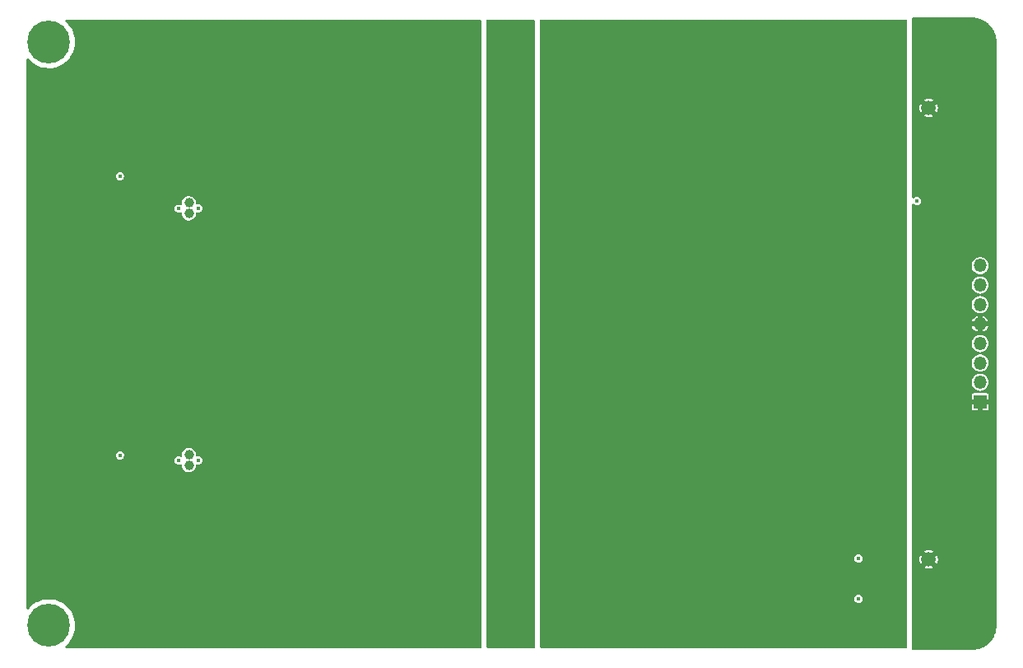
<source format=gbr>
%TF.GenerationSoftware,KiCad,Pcbnew,(5.99.0-11174-ge2a2c3282a)*%
%TF.CreationDate,2021-07-05T22:54:39+02:00*%
%TF.ProjectId,flatlight_rev20_LEDSIDE,666c6174-6c69-4676-9874-5f7265763230,rev?*%
%TF.SameCoordinates,Original*%
%TF.FileFunction,Copper,L3,Inr*%
%TF.FilePolarity,Positive*%
%FSLAX46Y46*%
G04 Gerber Fmt 4.6, Leading zero omitted, Abs format (unit mm)*
G04 Created by KiCad (PCBNEW (5.99.0-11174-ge2a2c3282a)) date 2021-07-05 22:54:39*
%MOMM*%
%LPD*%
G01*
G04 APERTURE LIST*
%TA.AperFunction,ComponentPad*%
%ADD10C,1.500000*%
%TD*%
%TA.AperFunction,ComponentPad*%
%ADD11C,0.700000*%
%TD*%
%TA.AperFunction,ComponentPad*%
%ADD12C,4.400000*%
%TD*%
%TA.AperFunction,ComponentPad*%
%ADD13R,1.350000X1.350000*%
%TD*%
%TA.AperFunction,ComponentPad*%
%ADD14O,1.350000X1.350000*%
%TD*%
%TA.AperFunction,ViaPad*%
%ADD15C,0.450000*%
%TD*%
%TA.AperFunction,ViaPad*%
%ADD16C,1.000000*%
%TD*%
%TA.AperFunction,ViaPad*%
%ADD17C,0.500000*%
%TD*%
G04 APERTURE END LIST*
D10*
%TO.N,+BATT*%
%TO.C,H14*%
X204750000Y-114550000D03*
%TD*%
D11*
%TO.N,GND*%
%TO.C,H10*%
X158416726Y-68716726D03*
X157250000Y-65900000D03*
X158900000Y-67550000D03*
X156083274Y-66383274D03*
X156083274Y-68716726D03*
X155600000Y-67550000D03*
X158416726Y-66383274D03*
X157250000Y-69200000D03*
D12*
X157250000Y-67550000D03*
%TD*%
D11*
%TO.N,GND*%
%TO.C,H9*%
X158416726Y-126383274D03*
D12*
X157250000Y-127550000D03*
D11*
X158900000Y-127550000D03*
X157250000Y-125900000D03*
X157250000Y-129200000D03*
X158416726Y-128716726D03*
X156083274Y-128716726D03*
X155600000Y-127550000D03*
X156083274Y-126383274D03*
%TD*%
D10*
%TO.N,GND*%
%TO.C,H19*%
X247750000Y-120750000D03*
%TD*%
%TO.N,GND*%
%TO.C,H20*%
X247750000Y-74350000D03*
%TD*%
%TO.N,+BATT*%
%TO.C,H16*%
X204750000Y-80550000D03*
%TD*%
%TO.N,+BATT*%
%TO.C,H15*%
X204750000Y-74550000D03*
%TD*%
%TO.N,+BATT*%
%TO.C,H13*%
X204750000Y-120550000D03*
%TD*%
D11*
%TO.N,+BATT*%
%TO.C,H7*%
X203583274Y-68716726D03*
X205916726Y-68716726D03*
X203100000Y-67550000D03*
X204750000Y-69200000D03*
D12*
X204750000Y-67550000D03*
D11*
X206400000Y-67550000D03*
X204750000Y-65900000D03*
X203583274Y-66383274D03*
X205916726Y-66383274D03*
%TD*%
%TO.N,+BATT*%
%TO.C,H11*%
X203583274Y-128716726D03*
X205916726Y-128716726D03*
X203583274Y-126383274D03*
X205916726Y-126383274D03*
X206400000Y-127550000D03*
X203100000Y-127550000D03*
X204750000Y-125900000D03*
X204750000Y-129200000D03*
D12*
X204750000Y-127550000D03*
%TD*%
D11*
%TO.N,GND*%
%TO.C,H12*%
X251083274Y-66383274D03*
X252250000Y-65900000D03*
D12*
X252250000Y-67550000D03*
D11*
X252250000Y-69200000D03*
X250600000Y-67550000D03*
X251083274Y-68716726D03*
X253900000Y-67550000D03*
X253416726Y-68716726D03*
X253416726Y-66383274D03*
%TD*%
%TO.N,GND*%
%TO.C,H8*%
X253900000Y-127550000D03*
X253416726Y-126383274D03*
X251083274Y-128716726D03*
X252250000Y-129200000D03*
X252250000Y-125900000D03*
X253416726Y-128716726D03*
X250600000Y-127550000D03*
D12*
X252250000Y-127550000D03*
D11*
X251083274Y-126383274D03*
%TD*%
D13*
%TO.N,GND*%
%TO.C,J5*%
X253050000Y-104550000D03*
D14*
%TO.N,LS_LED_PWM*%
X253050000Y-102550000D03*
%TO.N,+3V3*%
X253050000Y-100550000D03*
%TO.N,LS_LED_NTC*%
X253050000Y-98550000D03*
%TO.N,GND*%
X253050000Y-96550000D03*
%TO.N,LS_WS_SDAT*%
X253050000Y-94550000D03*
%TO.N,LS_WS_LDAT*%
X253050000Y-92550000D03*
%TO.N,LS_WS_POWER*%
X253050000Y-90550000D03*
%TD*%
D15*
%TO.N,GND*%
X254000000Y-122550000D03*
X248750000Y-65800000D03*
X247850000Y-101650000D03*
D16*
X247750000Y-71050000D03*
D15*
X249250000Y-89350000D03*
D16*
X247750000Y-69050000D03*
D17*
X246750000Y-129300000D03*
D16*
X247750000Y-126050000D03*
D15*
X248650000Y-89350000D03*
X246650000Y-101650000D03*
X254000000Y-114550000D03*
X254000000Y-84550000D03*
X254000000Y-110550000D03*
X254000000Y-76550000D03*
X254000000Y-118550000D03*
X254000000Y-106550000D03*
X247250000Y-101650000D03*
X246750000Y-65800000D03*
D16*
X247750000Y-124050000D03*
D15*
X254000000Y-80550000D03*
D17*
X248750000Y-129300000D03*
D15*
X248050000Y-89350000D03*
X254000000Y-72550000D03*
X254000000Y-88550000D03*
D16*
%TO.N,+BATT*%
X204750000Y-117550000D03*
D15*
X204750000Y-116350000D03*
X204750000Y-118750000D03*
X204750000Y-78750000D03*
D16*
X204750000Y-77550000D03*
D15*
X203850000Y-77550000D03*
X205650000Y-77550000D03*
X204750000Y-76350000D03*
X205750000Y-117550000D03*
X203650000Y-117550000D03*
%TO.N,LS_WS_LDAT*%
X246550000Y-83900000D03*
%TO.N,+3V3*%
X240550000Y-120650000D03*
D16*
%TO.N,Net-(D10-Pad1)*%
X227000000Y-66300000D03*
X197500000Y-66300000D03*
X235250000Y-129300000D03*
X191550000Y-128800000D03*
X193050000Y-129300000D03*
X244200000Y-129300000D03*
X156000000Y-120300000D03*
X155500000Y-88800000D03*
X155500000Y-85800000D03*
X164500000Y-66300000D03*
X224750000Y-128800000D03*
X182550000Y-128800000D03*
X214250000Y-129300000D03*
X188500000Y-66300000D03*
X155500000Y-103800000D03*
X179550000Y-128800000D03*
X224000000Y-66300000D03*
X156000000Y-108300000D03*
X187050000Y-129300000D03*
X190050000Y-129300000D03*
X220250000Y-129300000D03*
X232250000Y-129300000D03*
X222500000Y-65800000D03*
X190000000Y-65800000D03*
X239000000Y-66300000D03*
X229250000Y-129300000D03*
X178000000Y-65800000D03*
X164550000Y-128800000D03*
X155500000Y-121800000D03*
X163050000Y-129300000D03*
X181050000Y-129300000D03*
X156000000Y-87300000D03*
X228500000Y-65800000D03*
X155500000Y-109800000D03*
X211250000Y-129300000D03*
X233750000Y-128800000D03*
X226250000Y-129300000D03*
X191500000Y-66300000D03*
X156000000Y-102300000D03*
X209000000Y-66300000D03*
X155500000Y-82800000D03*
X236750000Y-128800000D03*
X155500000Y-106800000D03*
X156000000Y-75300000D03*
X196050000Y-129300000D03*
X216500000Y-65800000D03*
X155500000Y-97800000D03*
X187000000Y-65800000D03*
X155500000Y-112800000D03*
X243500000Y-65800000D03*
X155500000Y-100800000D03*
X242750000Y-128800000D03*
X169000000Y-65800000D03*
X156000000Y-81300000D03*
X200550000Y-128800000D03*
X194550000Y-128800000D03*
X242000000Y-66300000D03*
X184050000Y-129300000D03*
X197550000Y-128800000D03*
X212000000Y-66300000D03*
X199000000Y-65800000D03*
X237500000Y-65800000D03*
X156000000Y-105300000D03*
X155500000Y-79800000D03*
X167550000Y-128800000D03*
X170550000Y-128800000D03*
X175050000Y-129300000D03*
X225500000Y-65800000D03*
X167500000Y-66300000D03*
X179500000Y-66300000D03*
X156000000Y-111300000D03*
X194500000Y-66300000D03*
X155500000Y-115800000D03*
X161500000Y-66300000D03*
X178050000Y-129300000D03*
X233000000Y-66300000D03*
X219500000Y-65800000D03*
X156000000Y-117300000D03*
X231500000Y-65800000D03*
X175000000Y-65800000D03*
X213500000Y-65800000D03*
X239750000Y-128800000D03*
X156000000Y-96300000D03*
X185500000Y-66300000D03*
X200500000Y-66300000D03*
X155500000Y-73800000D03*
X212750000Y-128800000D03*
X227750000Y-128800000D03*
X155500000Y-76800000D03*
X156000000Y-99300000D03*
X218000000Y-66300000D03*
X156000000Y-72300000D03*
X156000000Y-78300000D03*
X170500000Y-66300000D03*
X221750000Y-128800000D03*
X173500000Y-66300000D03*
X160050000Y-129300000D03*
X173550000Y-128800000D03*
X166050000Y-129300000D03*
X215000000Y-66300000D03*
X163000000Y-65800000D03*
X209750000Y-128800000D03*
X240500000Y-65800000D03*
X156000000Y-123300000D03*
X155500000Y-94800000D03*
X156000000Y-93300000D03*
X166000000Y-65800000D03*
X176550000Y-128800000D03*
X155500000Y-91800000D03*
X230750000Y-128800000D03*
X176500000Y-66300000D03*
X210500000Y-65800000D03*
X223250000Y-129300000D03*
X221000000Y-66300000D03*
X185550000Y-128800000D03*
X181000000Y-65800000D03*
X155500000Y-118800000D03*
X156000000Y-114300000D03*
X169050000Y-129300000D03*
X236000000Y-66300000D03*
X172000000Y-65800000D03*
X182500000Y-66300000D03*
X196000000Y-65800000D03*
X156000000Y-84300000D03*
X241250000Y-129300000D03*
X234500000Y-65800000D03*
X193000000Y-65800000D03*
X238250000Y-129300000D03*
X218750000Y-128800000D03*
X217250000Y-129300000D03*
X172050000Y-129300000D03*
X161550000Y-128800000D03*
X230000000Y-66300000D03*
X184000000Y-65800000D03*
X208250000Y-129300000D03*
X215750000Y-128800000D03*
X199050000Y-129300000D03*
X156000000Y-90300000D03*
X188550000Y-128800000D03*
D15*
%TO.N,LS_LED_NTC*%
X240550000Y-124800000D03*
%TO.N,WS_GNDBUS*%
X172600000Y-110550000D03*
D16*
X171650000Y-111100000D03*
X171650000Y-84100000D03*
D15*
X170600000Y-84700000D03*
X170600000Y-110600000D03*
D16*
X171650000Y-110000000D03*
X171650000Y-85200000D03*
D15*
X172600000Y-84650000D03*
%TO.N,Net-(D25-Pad1)*%
X164550000Y-81350000D03*
X164550000Y-110050000D03*
%TD*%
%TA.AperFunction,Conductor*%
%TO.N,GND*%
G36*
X252250000Y-65052705D02*
G01*
X252250000Y-65055000D01*
X252350926Y-65056759D01*
X252356916Y-65057008D01*
X252452475Y-65063271D01*
X252460680Y-65064079D01*
X252689908Y-65094258D01*
X252698041Y-65095601D01*
X252775315Y-65110971D01*
X252783330Y-65112839D01*
X252952586Y-65158191D01*
X253006696Y-65172690D01*
X253014579Y-65175081D01*
X253089205Y-65200414D01*
X253096878Y-65203302D01*
X253310520Y-65291795D01*
X253318006Y-65295187D01*
X253388534Y-65329967D01*
X253388694Y-65330046D01*
X253395965Y-65333933D01*
X253596190Y-65449534D01*
X253603191Y-65453887D01*
X253645464Y-65482132D01*
X253668714Y-65497667D01*
X253675408Y-65502465D01*
X253858840Y-65643218D01*
X253865213Y-65648448D01*
X253924467Y-65700412D01*
X253930485Y-65706049D01*
X254093951Y-65869515D01*
X254099588Y-65875533D01*
X254151552Y-65934787D01*
X254156782Y-65941160D01*
X254297535Y-66124592D01*
X254302339Y-66131295D01*
X254346113Y-66196809D01*
X254350466Y-66203810D01*
X254466067Y-66404035D01*
X254469954Y-66411306D01*
X254504808Y-66481982D01*
X254508205Y-66489480D01*
X254596698Y-66703122D01*
X254599586Y-66710795D01*
X254624917Y-66785416D01*
X254627310Y-66793304D01*
X254687161Y-67016670D01*
X254689029Y-67024685D01*
X254704399Y-67101959D01*
X254705742Y-67110092D01*
X254735921Y-67339320D01*
X254736729Y-67347524D01*
X254742992Y-67443084D01*
X254743241Y-67449074D01*
X254745000Y-67550000D01*
X254747232Y-67550000D01*
X254750000Y-67568126D01*
X254750000Y-127525831D01*
X254747295Y-127550000D01*
X254745000Y-127550000D01*
X254743241Y-127650926D01*
X254742992Y-127656916D01*
X254736729Y-127752475D01*
X254735921Y-127760680D01*
X254705742Y-127989908D01*
X254704399Y-127998041D01*
X254689029Y-128075315D01*
X254687161Y-128083330D01*
X254641809Y-128252586D01*
X254627310Y-128306696D01*
X254624919Y-128314579D01*
X254599586Y-128389205D01*
X254596698Y-128396878D01*
X254508205Y-128610520D01*
X254504808Y-128618018D01*
X254469954Y-128688694D01*
X254466067Y-128695965D01*
X254350466Y-128896190D01*
X254346113Y-128903191D01*
X254302339Y-128968705D01*
X254297535Y-128975408D01*
X254156782Y-129158840D01*
X254151552Y-129165213D01*
X254099588Y-129224467D01*
X254093951Y-129230485D01*
X253930485Y-129393951D01*
X253924467Y-129399588D01*
X253865213Y-129451552D01*
X253858840Y-129456782D01*
X253675408Y-129597535D01*
X253668714Y-129602333D01*
X253645464Y-129617868D01*
X253603191Y-129646113D01*
X253596190Y-129650466D01*
X253395965Y-129766067D01*
X253388694Y-129769954D01*
X253318006Y-129804813D01*
X253310520Y-129808205D01*
X253096878Y-129896698D01*
X253089205Y-129899586D01*
X253014579Y-129924919D01*
X253006696Y-129927310D01*
X252952586Y-129941809D01*
X252783330Y-129987161D01*
X252775315Y-129989029D01*
X252698041Y-130004399D01*
X252689908Y-130005742D01*
X252460680Y-130035921D01*
X252452476Y-130036729D01*
X252356916Y-130042992D01*
X252350926Y-130043241D01*
X252296189Y-130044195D01*
X252266504Y-130044712D01*
X252266501Y-130044712D01*
X252250000Y-130045000D01*
X252250000Y-130047232D01*
X252231874Y-130050000D01*
X246176000Y-130050000D01*
X246107879Y-130029998D01*
X246061386Y-129976342D01*
X246050000Y-129924000D01*
X246050000Y-121576508D01*
X247288322Y-121576508D01*
X247293231Y-121583066D01*
X247362450Y-121621751D01*
X247373689Y-121626661D01*
X247539155Y-121680424D01*
X247551129Y-121683057D01*
X247723896Y-121703659D01*
X247736145Y-121703916D01*
X247909624Y-121690567D01*
X247921694Y-121688439D01*
X248089278Y-121641649D01*
X248100700Y-121637219D01*
X248202334Y-121585879D01*
X248212618Y-121576234D01*
X248210380Y-121569590D01*
X247762812Y-121122022D01*
X247748868Y-121114408D01*
X247747035Y-121114539D01*
X247740420Y-121118790D01*
X247295082Y-121564128D01*
X247288322Y-121576508D01*
X246050000Y-121576508D01*
X246050000Y-120742815D01*
X246796012Y-120742815D01*
X246810570Y-120916181D01*
X246812785Y-120928248D01*
X246860738Y-121095484D01*
X246865257Y-121106896D01*
X246914223Y-121202173D01*
X246923942Y-121212392D01*
X246930742Y-121210048D01*
X247377978Y-120762812D01*
X247384356Y-120751132D01*
X248114408Y-120751132D01*
X248114539Y-120752965D01*
X248118790Y-120759580D01*
X248564121Y-121204911D01*
X248576501Y-121211671D01*
X248583234Y-121206630D01*
X248619025Y-121143627D01*
X248624014Y-121132421D01*
X248678928Y-120967342D01*
X248681648Y-120955371D01*
X248703783Y-120780157D01*
X248704274Y-120773130D01*
X248704548Y-120753505D01*
X248704255Y-120746512D01*
X248687018Y-120570717D01*
X248684635Y-120558682D01*
X248634350Y-120392131D01*
X248629677Y-120380792D01*
X248585675Y-120298035D01*
X248575815Y-120287954D01*
X248568688Y-120290522D01*
X248122022Y-120737188D01*
X248114408Y-120751132D01*
X247384356Y-120751132D01*
X247385592Y-120748868D01*
X247385461Y-120747035D01*
X247381210Y-120740420D01*
X246935830Y-120295040D01*
X246923450Y-120288280D01*
X246917062Y-120293062D01*
X246875563Y-120368547D01*
X246870734Y-120379813D01*
X246818125Y-120545658D01*
X246815577Y-120557647D01*
X246796183Y-120730547D01*
X246796012Y-120742815D01*
X246050000Y-120742815D01*
X246050000Y-119924081D01*
X247287800Y-119924081D01*
X247290254Y-119931044D01*
X247737188Y-120377978D01*
X247751132Y-120385592D01*
X247752965Y-120385461D01*
X247759580Y-120381210D01*
X248205037Y-119935753D01*
X248211797Y-119923373D01*
X248207138Y-119917150D01*
X248125341Y-119872923D01*
X248114034Y-119868170D01*
X247947833Y-119816722D01*
X247935822Y-119814256D01*
X247762792Y-119796070D01*
X247750524Y-119795985D01*
X247577265Y-119811753D01*
X247565216Y-119814051D01*
X247398315Y-119863173D01*
X247386940Y-119867768D01*
X247297949Y-119914292D01*
X247287800Y-119924081D01*
X246050000Y-119924081D01*
X246050000Y-104817548D01*
X252170000Y-104817548D01*
X252170000Y-105218813D01*
X252171207Y-105231067D01*
X252183184Y-105291279D01*
X252192499Y-105313768D01*
X252223150Y-105359641D01*
X252240359Y-105376850D01*
X252286232Y-105407501D01*
X252308721Y-105416816D01*
X252368933Y-105428793D01*
X252381187Y-105430000D01*
X252777885Y-105430000D01*
X252793124Y-105425525D01*
X252794329Y-105424135D01*
X252796000Y-105416452D01*
X252796000Y-104822115D01*
X252794659Y-104817548D01*
X253304000Y-104817548D01*
X253304000Y-105411885D01*
X253308475Y-105427124D01*
X253309865Y-105428329D01*
X253317548Y-105430000D01*
X253718813Y-105430000D01*
X253731067Y-105428793D01*
X253791279Y-105416816D01*
X253813768Y-105407501D01*
X253859641Y-105376850D01*
X253876850Y-105359641D01*
X253907501Y-105313768D01*
X253916816Y-105291279D01*
X253928793Y-105231067D01*
X253930000Y-105218813D01*
X253930000Y-104822115D01*
X253925525Y-104806876D01*
X253924135Y-104805671D01*
X253916452Y-104804000D01*
X253322115Y-104804000D01*
X253306876Y-104808475D01*
X253305671Y-104809865D01*
X253304000Y-104817548D01*
X252794659Y-104817548D01*
X252791525Y-104806876D01*
X252790135Y-104805671D01*
X252782452Y-104804000D01*
X252188115Y-104804000D01*
X252172876Y-104808475D01*
X252171671Y-104809865D01*
X252170000Y-104817548D01*
X246050000Y-104817548D01*
X246050000Y-102550000D01*
X252169678Y-102550000D01*
X252188915Y-102733029D01*
X252245786Y-102908059D01*
X252337805Y-103067440D01*
X252460950Y-103204207D01*
X252466292Y-103208088D01*
X252466294Y-103208090D01*
X252604497Y-103308500D01*
X252609839Y-103312381D01*
X252615867Y-103315065D01*
X252615869Y-103315066D01*
X252771935Y-103384551D01*
X252777966Y-103387236D01*
X252784427Y-103388609D01*
X252784432Y-103388611D01*
X252935648Y-103420754D01*
X252998122Y-103454482D01*
X253032443Y-103516632D01*
X253027715Y-103587471D01*
X252985439Y-103644508D01*
X252919037Y-103669635D01*
X252909451Y-103670000D01*
X252381187Y-103670000D01*
X252368933Y-103671207D01*
X252308721Y-103683184D01*
X252286232Y-103692499D01*
X252240359Y-103723150D01*
X252223150Y-103740359D01*
X252192499Y-103786232D01*
X252183184Y-103808721D01*
X252171207Y-103868933D01*
X252170000Y-103881187D01*
X252170000Y-104277885D01*
X252174475Y-104293124D01*
X252175865Y-104294329D01*
X252183548Y-104296000D01*
X253911885Y-104296000D01*
X253927124Y-104291525D01*
X253928329Y-104290135D01*
X253930000Y-104282452D01*
X253930000Y-103881187D01*
X253928793Y-103868933D01*
X253916816Y-103808721D01*
X253907501Y-103786232D01*
X253876850Y-103740359D01*
X253859641Y-103723150D01*
X253813768Y-103692499D01*
X253791279Y-103683184D01*
X253731067Y-103671207D01*
X253718813Y-103670000D01*
X253190549Y-103670000D01*
X253122428Y-103649998D01*
X253075935Y-103596342D01*
X253065831Y-103526068D01*
X253095325Y-103461488D01*
X253155051Y-103423104D01*
X253164352Y-103420754D01*
X253315568Y-103388611D01*
X253315573Y-103388609D01*
X253322034Y-103387236D01*
X253328065Y-103384551D01*
X253484131Y-103315066D01*
X253484133Y-103315065D01*
X253490161Y-103312381D01*
X253495503Y-103308500D01*
X253633706Y-103208090D01*
X253633708Y-103208088D01*
X253639050Y-103204207D01*
X253762195Y-103067440D01*
X253854214Y-102908059D01*
X253911085Y-102733029D01*
X253930322Y-102550000D01*
X253911085Y-102366971D01*
X253854214Y-102191941D01*
X253762195Y-102032560D01*
X253639050Y-101895793D01*
X253633708Y-101891912D01*
X253633706Y-101891910D01*
X253495503Y-101791500D01*
X253495502Y-101791499D01*
X253490161Y-101787619D01*
X253484133Y-101784935D01*
X253484131Y-101784934D01*
X253328065Y-101715449D01*
X253328064Y-101715449D01*
X253322034Y-101712764D01*
X253232026Y-101693632D01*
X253148476Y-101675872D01*
X253148471Y-101675872D01*
X253142019Y-101674500D01*
X253141155Y-101674500D01*
X253077467Y-101648298D01*
X253049622Y-101608398D01*
X253029786Y-101642013D01*
X252966375Y-101673944D01*
X252962509Y-101674500D01*
X252957981Y-101674500D01*
X252951529Y-101675872D01*
X252951524Y-101675872D01*
X252867974Y-101693632D01*
X252777966Y-101712764D01*
X252771936Y-101715449D01*
X252771935Y-101715449D01*
X252615869Y-101784934D01*
X252615867Y-101784935D01*
X252609839Y-101787619D01*
X252604498Y-101791499D01*
X252604497Y-101791500D01*
X252466294Y-101891910D01*
X252466292Y-101891912D01*
X252460950Y-101895793D01*
X252337805Y-102032560D01*
X252245786Y-102191941D01*
X252188915Y-102366971D01*
X252169678Y-102550000D01*
X246050000Y-102550000D01*
X246050000Y-100550000D01*
X252169678Y-100550000D01*
X252188915Y-100733029D01*
X252245786Y-100908059D01*
X252337805Y-101067440D01*
X252460950Y-101204207D01*
X252466292Y-101208088D01*
X252466294Y-101208090D01*
X252604497Y-101308500D01*
X252609839Y-101312381D01*
X252615867Y-101315065D01*
X252615869Y-101315066D01*
X252771935Y-101384551D01*
X252777966Y-101387236D01*
X252867974Y-101406368D01*
X252951524Y-101424128D01*
X252951529Y-101424128D01*
X252957981Y-101425500D01*
X252958845Y-101425500D01*
X253022533Y-101451702D01*
X253050378Y-101491602D01*
X253070214Y-101457987D01*
X253133625Y-101426056D01*
X253137491Y-101425500D01*
X253142019Y-101425500D01*
X253148471Y-101424128D01*
X253148476Y-101424128D01*
X253232026Y-101406368D01*
X253322034Y-101387236D01*
X253328065Y-101384551D01*
X253484131Y-101315066D01*
X253484133Y-101315065D01*
X253490161Y-101312381D01*
X253495503Y-101308500D01*
X253633706Y-101208090D01*
X253633708Y-101208088D01*
X253639050Y-101204207D01*
X253762195Y-101067440D01*
X253854214Y-100908059D01*
X253911085Y-100733029D01*
X253930322Y-100550000D01*
X253911085Y-100366971D01*
X253854214Y-100191941D01*
X253762195Y-100032560D01*
X253639050Y-99895793D01*
X253633708Y-99891912D01*
X253633706Y-99891910D01*
X253495503Y-99791500D01*
X253495502Y-99791499D01*
X253490161Y-99787619D01*
X253484133Y-99784935D01*
X253484131Y-99784934D01*
X253328065Y-99715449D01*
X253328064Y-99715449D01*
X253322034Y-99712764D01*
X253232026Y-99693632D01*
X253148476Y-99675872D01*
X253148471Y-99675872D01*
X253142019Y-99674500D01*
X253141155Y-99674500D01*
X253077467Y-99648298D01*
X253049622Y-99608398D01*
X253029786Y-99642013D01*
X252966375Y-99673944D01*
X252962509Y-99674500D01*
X252957981Y-99674500D01*
X252951529Y-99675872D01*
X252951524Y-99675872D01*
X252867974Y-99693632D01*
X252777966Y-99712764D01*
X252771936Y-99715449D01*
X252771935Y-99715449D01*
X252615869Y-99784934D01*
X252615867Y-99784935D01*
X252609839Y-99787619D01*
X252604498Y-99791499D01*
X252604497Y-99791500D01*
X252466294Y-99891910D01*
X252466292Y-99891912D01*
X252460950Y-99895793D01*
X252337805Y-100032560D01*
X252245786Y-100191941D01*
X252188915Y-100366971D01*
X252169678Y-100550000D01*
X246050000Y-100550000D01*
X246050000Y-98550000D01*
X252169678Y-98550000D01*
X252188915Y-98733029D01*
X252245786Y-98908059D01*
X252337805Y-99067440D01*
X252460950Y-99204207D01*
X252466292Y-99208088D01*
X252466294Y-99208090D01*
X252604497Y-99308500D01*
X252609839Y-99312381D01*
X252615867Y-99315065D01*
X252615869Y-99315066D01*
X252771935Y-99384551D01*
X252777966Y-99387236D01*
X252867974Y-99406368D01*
X252951524Y-99424128D01*
X252951529Y-99424128D01*
X252957981Y-99425500D01*
X252958845Y-99425500D01*
X253022533Y-99451702D01*
X253050378Y-99491602D01*
X253070214Y-99457987D01*
X253133625Y-99426056D01*
X253137491Y-99425500D01*
X253142019Y-99425500D01*
X253148471Y-99424128D01*
X253148476Y-99424128D01*
X253232026Y-99406368D01*
X253322034Y-99387236D01*
X253328065Y-99384551D01*
X253484131Y-99315066D01*
X253484133Y-99315065D01*
X253490161Y-99312381D01*
X253495503Y-99308500D01*
X253633706Y-99208090D01*
X253633708Y-99208088D01*
X253639050Y-99204207D01*
X253762195Y-99067440D01*
X253854214Y-98908059D01*
X253911085Y-98733029D01*
X253930322Y-98550000D01*
X253911085Y-98366971D01*
X253854214Y-98191941D01*
X253762195Y-98032560D01*
X253639050Y-97895793D01*
X253633708Y-97891912D01*
X253633706Y-97891910D01*
X253495503Y-97791500D01*
X253495502Y-97791499D01*
X253490161Y-97787619D01*
X253484133Y-97784935D01*
X253484131Y-97784934D01*
X253328065Y-97715449D01*
X253328064Y-97715449D01*
X253322034Y-97712764D01*
X253232026Y-97693632D01*
X253148476Y-97675872D01*
X253148471Y-97675872D01*
X253142019Y-97674500D01*
X252957981Y-97674500D01*
X252951529Y-97675872D01*
X252951524Y-97675872D01*
X252867974Y-97693632D01*
X252777966Y-97712764D01*
X252771936Y-97715449D01*
X252771935Y-97715449D01*
X252615869Y-97784934D01*
X252615867Y-97784935D01*
X252609839Y-97787619D01*
X252604498Y-97791499D01*
X252604497Y-97791500D01*
X252466294Y-97891910D01*
X252466292Y-97891912D01*
X252460950Y-97895793D01*
X252337805Y-98032560D01*
X252245786Y-98191941D01*
X252188915Y-98366971D01*
X252169678Y-98550000D01*
X246050000Y-98550000D01*
X246050000Y-96815000D01*
X252216074Y-96815000D01*
X252244202Y-96901571D01*
X252249548Y-96913578D01*
X252334909Y-97061427D01*
X252342630Y-97072053D01*
X252456864Y-97198923D01*
X252466630Y-97207717D01*
X252604748Y-97308065D01*
X252616120Y-97314631D01*
X252772089Y-97384073D01*
X252780043Y-97386658D01*
X252792341Y-97385719D01*
X252796000Y-97375764D01*
X252796000Y-96822115D01*
X252794659Y-96817548D01*
X253304000Y-96817548D01*
X253304000Y-97372444D01*
X253307973Y-97385975D01*
X253317738Y-97387379D01*
X253327911Y-97384073D01*
X253483880Y-97314631D01*
X253495252Y-97308065D01*
X253633370Y-97207717D01*
X253643136Y-97198923D01*
X253757370Y-97072053D01*
X253765091Y-97061427D01*
X253850452Y-96913578D01*
X253855798Y-96901571D01*
X253881901Y-96821232D01*
X253882304Y-96807133D01*
X253875932Y-96804000D01*
X253322115Y-96804000D01*
X253306876Y-96808475D01*
X253305671Y-96809865D01*
X253304000Y-96817548D01*
X252794659Y-96817548D01*
X252791525Y-96806876D01*
X252790135Y-96805671D01*
X252782452Y-96804000D01*
X252230615Y-96804000D01*
X252217084Y-96807973D01*
X252216074Y-96815000D01*
X246050000Y-96815000D01*
X246050000Y-96292867D01*
X252217696Y-96292867D01*
X252224068Y-96296000D01*
X252777885Y-96296000D01*
X252793124Y-96291525D01*
X252794329Y-96290135D01*
X252796000Y-96282452D01*
X252796000Y-95727556D01*
X252795025Y-95724236D01*
X253304000Y-95724236D01*
X253304000Y-96277885D01*
X253308475Y-96293124D01*
X253309865Y-96294329D01*
X253317548Y-96296000D01*
X253869385Y-96296000D01*
X253882916Y-96292027D01*
X253883926Y-96285000D01*
X253855798Y-96198429D01*
X253850452Y-96186422D01*
X253765091Y-96038573D01*
X253757370Y-96027947D01*
X253643136Y-95901077D01*
X253633370Y-95892283D01*
X253495252Y-95791935D01*
X253483880Y-95785369D01*
X253327911Y-95715927D01*
X253319957Y-95713342D01*
X253307659Y-95714281D01*
X253304000Y-95724236D01*
X252795025Y-95724236D01*
X252792027Y-95714025D01*
X252782262Y-95712621D01*
X252772089Y-95715927D01*
X252616120Y-95785369D01*
X252604748Y-95791935D01*
X252466630Y-95892283D01*
X252456864Y-95901077D01*
X252342630Y-96027947D01*
X252334909Y-96038573D01*
X252249548Y-96186422D01*
X252244202Y-96198429D01*
X252218099Y-96278768D01*
X252217696Y-96292867D01*
X246050000Y-96292867D01*
X246050000Y-94550000D01*
X252169678Y-94550000D01*
X252188915Y-94733029D01*
X252245786Y-94908059D01*
X252337805Y-95067440D01*
X252460950Y-95204207D01*
X252466292Y-95208088D01*
X252466294Y-95208090D01*
X252604497Y-95308500D01*
X252609839Y-95312381D01*
X252615867Y-95315065D01*
X252615869Y-95315066D01*
X252771935Y-95384551D01*
X252777966Y-95387236D01*
X252867973Y-95406368D01*
X252951524Y-95424128D01*
X252951529Y-95424128D01*
X252957981Y-95425500D01*
X253142019Y-95425500D01*
X253148471Y-95424128D01*
X253148476Y-95424128D01*
X253232027Y-95406368D01*
X253322034Y-95387236D01*
X253328065Y-95384551D01*
X253484131Y-95315066D01*
X253484133Y-95315065D01*
X253490161Y-95312381D01*
X253495503Y-95308500D01*
X253633706Y-95208090D01*
X253633708Y-95208088D01*
X253639050Y-95204207D01*
X253762195Y-95067440D01*
X253854214Y-94908059D01*
X253911085Y-94733029D01*
X253930322Y-94550000D01*
X253911085Y-94366971D01*
X253854214Y-94191941D01*
X253762195Y-94032560D01*
X253639050Y-93895793D01*
X253633708Y-93891912D01*
X253633706Y-93891910D01*
X253495503Y-93791500D01*
X253495502Y-93791499D01*
X253490161Y-93787619D01*
X253484133Y-93784935D01*
X253484131Y-93784934D01*
X253328065Y-93715449D01*
X253328064Y-93715449D01*
X253322034Y-93712764D01*
X253232026Y-93693632D01*
X253148476Y-93675872D01*
X253148471Y-93675872D01*
X253142019Y-93674500D01*
X253141155Y-93674500D01*
X253077467Y-93648298D01*
X253049622Y-93608398D01*
X253029786Y-93642013D01*
X252966375Y-93673944D01*
X252962509Y-93674500D01*
X252957981Y-93674500D01*
X252951529Y-93675872D01*
X252951524Y-93675872D01*
X252867974Y-93693632D01*
X252777966Y-93712764D01*
X252771936Y-93715449D01*
X252771935Y-93715449D01*
X252615869Y-93784934D01*
X252615867Y-93784935D01*
X252609839Y-93787619D01*
X252604498Y-93791499D01*
X252604497Y-93791500D01*
X252466294Y-93891910D01*
X252466292Y-93891912D01*
X252460950Y-93895793D01*
X252337805Y-94032560D01*
X252245786Y-94191941D01*
X252188915Y-94366971D01*
X252169678Y-94550000D01*
X246050000Y-94550000D01*
X246050000Y-92550000D01*
X252169678Y-92550000D01*
X252188915Y-92733029D01*
X252245786Y-92908059D01*
X252337805Y-93067440D01*
X252460950Y-93204207D01*
X252466292Y-93208088D01*
X252466294Y-93208090D01*
X252604497Y-93308500D01*
X252609839Y-93312381D01*
X252615867Y-93315065D01*
X252615869Y-93315066D01*
X252771935Y-93384551D01*
X252777966Y-93387236D01*
X252867973Y-93406368D01*
X252951524Y-93424128D01*
X252951529Y-93424128D01*
X252957981Y-93425500D01*
X252958845Y-93425500D01*
X253022533Y-93451702D01*
X253050378Y-93491602D01*
X253070214Y-93457987D01*
X253133625Y-93426056D01*
X253137491Y-93425500D01*
X253142019Y-93425500D01*
X253148471Y-93424128D01*
X253148476Y-93424128D01*
X253232027Y-93406368D01*
X253322034Y-93387236D01*
X253328065Y-93384551D01*
X253484131Y-93315066D01*
X253484133Y-93315065D01*
X253490161Y-93312381D01*
X253495503Y-93308500D01*
X253633706Y-93208090D01*
X253633708Y-93208088D01*
X253639050Y-93204207D01*
X253762195Y-93067440D01*
X253854214Y-92908059D01*
X253911085Y-92733029D01*
X253930322Y-92550000D01*
X253911085Y-92366971D01*
X253854214Y-92191941D01*
X253762195Y-92032560D01*
X253639050Y-91895793D01*
X253633708Y-91891912D01*
X253633706Y-91891910D01*
X253495503Y-91791500D01*
X253495502Y-91791499D01*
X253490161Y-91787619D01*
X253484133Y-91784935D01*
X253484131Y-91784934D01*
X253328065Y-91715449D01*
X253328064Y-91715449D01*
X253322034Y-91712764D01*
X253232026Y-91693632D01*
X253148476Y-91675872D01*
X253148471Y-91675872D01*
X253142019Y-91674500D01*
X253141155Y-91674500D01*
X253077467Y-91648298D01*
X253049622Y-91608398D01*
X253029786Y-91642013D01*
X252966375Y-91673944D01*
X252962509Y-91674500D01*
X252957981Y-91674500D01*
X252951529Y-91675872D01*
X252951524Y-91675872D01*
X252867974Y-91693632D01*
X252777966Y-91712764D01*
X252771936Y-91715449D01*
X252771935Y-91715449D01*
X252615869Y-91784934D01*
X252615867Y-91784935D01*
X252609839Y-91787619D01*
X252604498Y-91791499D01*
X252604497Y-91791500D01*
X252466294Y-91891910D01*
X252466292Y-91891912D01*
X252460950Y-91895793D01*
X252337805Y-92032560D01*
X252245786Y-92191941D01*
X252188915Y-92366971D01*
X252169678Y-92550000D01*
X246050000Y-92550000D01*
X246050000Y-90550000D01*
X252169678Y-90550000D01*
X252188915Y-90733029D01*
X252245786Y-90908059D01*
X252337805Y-91067440D01*
X252460950Y-91204207D01*
X252466292Y-91208088D01*
X252466294Y-91208090D01*
X252604497Y-91308500D01*
X252609839Y-91312381D01*
X252615867Y-91315065D01*
X252615869Y-91315066D01*
X252771935Y-91384551D01*
X252777966Y-91387236D01*
X252867973Y-91406368D01*
X252951524Y-91424128D01*
X252951529Y-91424128D01*
X252957981Y-91425500D01*
X252958845Y-91425500D01*
X253022533Y-91451702D01*
X253050378Y-91491602D01*
X253070214Y-91457987D01*
X253133625Y-91426056D01*
X253137491Y-91425500D01*
X253142019Y-91425500D01*
X253148471Y-91424128D01*
X253148476Y-91424128D01*
X253232027Y-91406368D01*
X253322034Y-91387236D01*
X253328065Y-91384551D01*
X253484131Y-91315066D01*
X253484133Y-91315065D01*
X253490161Y-91312381D01*
X253495503Y-91308500D01*
X253633706Y-91208090D01*
X253633708Y-91208088D01*
X253639050Y-91204207D01*
X253762195Y-91067440D01*
X253854214Y-90908059D01*
X253911085Y-90733029D01*
X253930322Y-90550000D01*
X253911085Y-90366971D01*
X253854214Y-90191941D01*
X253762195Y-90032560D01*
X253639050Y-89895793D01*
X253633708Y-89891912D01*
X253633706Y-89891910D01*
X253495503Y-89791500D01*
X253495502Y-89791499D01*
X253490161Y-89787619D01*
X253484133Y-89784935D01*
X253484131Y-89784934D01*
X253328065Y-89715449D01*
X253328064Y-89715449D01*
X253322034Y-89712764D01*
X253232026Y-89693632D01*
X253148476Y-89675872D01*
X253148471Y-89675872D01*
X253142019Y-89674500D01*
X252957981Y-89674500D01*
X252951529Y-89675872D01*
X252951524Y-89675872D01*
X252867974Y-89693632D01*
X252777966Y-89712764D01*
X252771936Y-89715449D01*
X252771935Y-89715449D01*
X252615869Y-89784934D01*
X252615867Y-89784935D01*
X252609839Y-89787619D01*
X252604498Y-89791499D01*
X252604497Y-89791500D01*
X252466294Y-89891910D01*
X252466292Y-89891912D01*
X252460950Y-89895793D01*
X252337805Y-90032560D01*
X252245786Y-90191941D01*
X252188915Y-90366971D01*
X252169678Y-90550000D01*
X246050000Y-90550000D01*
X246050000Y-84305938D01*
X246070002Y-84237817D01*
X246123658Y-84191324D01*
X246193932Y-84181220D01*
X246258512Y-84210714D01*
X246265095Y-84216843D01*
X246296780Y-84248528D01*
X246416874Y-84309719D01*
X246426663Y-84311269D01*
X246426665Y-84311270D01*
X246540207Y-84329253D01*
X246550000Y-84330804D01*
X246559793Y-84329253D01*
X246673335Y-84311270D01*
X246673337Y-84311269D01*
X246683126Y-84309719D01*
X246803220Y-84248528D01*
X246898528Y-84153220D01*
X246959719Y-84033126D01*
X246980804Y-83900000D01*
X246959719Y-83766874D01*
X246898528Y-83646780D01*
X246803220Y-83551472D01*
X246683126Y-83490281D01*
X246673337Y-83488731D01*
X246673335Y-83488730D01*
X246559793Y-83470747D01*
X246550000Y-83469196D01*
X246540207Y-83470747D01*
X246426665Y-83488730D01*
X246426663Y-83488731D01*
X246416874Y-83490281D01*
X246296780Y-83551472D01*
X246265095Y-83583157D01*
X246202783Y-83617183D01*
X246131968Y-83612118D01*
X246075132Y-83569571D01*
X246050321Y-83503051D01*
X246050000Y-83494062D01*
X246050000Y-75176508D01*
X247288322Y-75176508D01*
X247293231Y-75183066D01*
X247362450Y-75221751D01*
X247373689Y-75226661D01*
X247539155Y-75280424D01*
X247551129Y-75283057D01*
X247723896Y-75303659D01*
X247736145Y-75303916D01*
X247909624Y-75290567D01*
X247921694Y-75288439D01*
X248089278Y-75241649D01*
X248100700Y-75237219D01*
X248202334Y-75185879D01*
X248212618Y-75176234D01*
X248210380Y-75169590D01*
X247762812Y-74722022D01*
X247748868Y-74714408D01*
X247747035Y-74714539D01*
X247740420Y-74718790D01*
X247295082Y-75164128D01*
X247288322Y-75176508D01*
X246050000Y-75176508D01*
X246050000Y-74342815D01*
X246796012Y-74342815D01*
X246810570Y-74516181D01*
X246812785Y-74528248D01*
X246860738Y-74695484D01*
X246865257Y-74706896D01*
X246914223Y-74802173D01*
X246923942Y-74812392D01*
X246930742Y-74810048D01*
X247377978Y-74362812D01*
X247384356Y-74351132D01*
X248114408Y-74351132D01*
X248114539Y-74352965D01*
X248118790Y-74359580D01*
X248564121Y-74804911D01*
X248576501Y-74811671D01*
X248583234Y-74806630D01*
X248619025Y-74743627D01*
X248624014Y-74732421D01*
X248678928Y-74567342D01*
X248681648Y-74555371D01*
X248703783Y-74380157D01*
X248704274Y-74373130D01*
X248704548Y-74353505D01*
X248704255Y-74346512D01*
X248687018Y-74170717D01*
X248684635Y-74158682D01*
X248634350Y-73992131D01*
X248629677Y-73980792D01*
X248585675Y-73898035D01*
X248575815Y-73887954D01*
X248568688Y-73890522D01*
X248122022Y-74337188D01*
X248114408Y-74351132D01*
X247384356Y-74351132D01*
X247385592Y-74348868D01*
X247385461Y-74347035D01*
X247381210Y-74340420D01*
X246935830Y-73895040D01*
X246923450Y-73888280D01*
X246917062Y-73893062D01*
X246875563Y-73968547D01*
X246870734Y-73979813D01*
X246818125Y-74145658D01*
X246815577Y-74157647D01*
X246796183Y-74330547D01*
X246796012Y-74342815D01*
X246050000Y-74342815D01*
X246050000Y-73524081D01*
X247287800Y-73524081D01*
X247290254Y-73531044D01*
X247737188Y-73977978D01*
X247751132Y-73985592D01*
X247752965Y-73985461D01*
X247759580Y-73981210D01*
X248205037Y-73535753D01*
X248211797Y-73523373D01*
X248207138Y-73517150D01*
X248125341Y-73472923D01*
X248114034Y-73468170D01*
X247947833Y-73416722D01*
X247935822Y-73414256D01*
X247762792Y-73396070D01*
X247750524Y-73395985D01*
X247577265Y-73411753D01*
X247565216Y-73414051D01*
X247398315Y-73463173D01*
X247386940Y-73467768D01*
X247297949Y-73514292D01*
X247287800Y-73524081D01*
X246050000Y-73524081D01*
X246050000Y-65176000D01*
X246070002Y-65107879D01*
X246123658Y-65061386D01*
X246176000Y-65050000D01*
X252225831Y-65050000D01*
X252250000Y-65052705D01*
G37*
%TD.AperFunction*%
%TD*%
%TA.AperFunction,Conductor*%
%TO.N,+BATT*%
G36*
X207192121Y-65270002D02*
G01*
X207238614Y-65323658D01*
X207250000Y-65376000D01*
X207250000Y-129724000D01*
X207229998Y-129792121D01*
X207176342Y-129838614D01*
X207124000Y-129850000D01*
X202376000Y-129850000D01*
X202307879Y-129829998D01*
X202261386Y-129776342D01*
X202250000Y-129724000D01*
X202250000Y-65376000D01*
X202270002Y-65307879D01*
X202323658Y-65261386D01*
X202376000Y-65250000D01*
X207124000Y-65250000D01*
X207192121Y-65270002D01*
G37*
%TD.AperFunction*%
%TD*%
%TA.AperFunction,Conductor*%
%TO.N,Net-(D10-Pad1)*%
G36*
X245492121Y-65270002D02*
G01*
X245538614Y-65323658D01*
X245550000Y-65376000D01*
X245550000Y-129724000D01*
X245529998Y-129792121D01*
X245476342Y-129838614D01*
X245424000Y-129850000D01*
X207876000Y-129850000D01*
X207807879Y-129829998D01*
X207761386Y-129776342D01*
X207750000Y-129724000D01*
X207750000Y-124800000D01*
X240119196Y-124800000D01*
X240140281Y-124933126D01*
X240201472Y-125053220D01*
X240296780Y-125148528D01*
X240416874Y-125209719D01*
X240426663Y-125211269D01*
X240426665Y-125211270D01*
X240540207Y-125229253D01*
X240550000Y-125230804D01*
X240559793Y-125229253D01*
X240673335Y-125211270D01*
X240673337Y-125211269D01*
X240683126Y-125209719D01*
X240803220Y-125148528D01*
X240898528Y-125053220D01*
X240959719Y-124933126D01*
X240980804Y-124800000D01*
X240959719Y-124666874D01*
X240898528Y-124546780D01*
X240803220Y-124451472D01*
X240683126Y-124390281D01*
X240673337Y-124388731D01*
X240673335Y-124388730D01*
X240559793Y-124370747D01*
X240550000Y-124369196D01*
X240540207Y-124370747D01*
X240426665Y-124388730D01*
X240426663Y-124388731D01*
X240416874Y-124390281D01*
X240296780Y-124451472D01*
X240201472Y-124546780D01*
X240140281Y-124666874D01*
X240119196Y-124800000D01*
X207750000Y-124800000D01*
X207750000Y-120650000D01*
X240119196Y-120650000D01*
X240140281Y-120783126D01*
X240201472Y-120903220D01*
X240296780Y-120998528D01*
X240416874Y-121059719D01*
X240426663Y-121061269D01*
X240426665Y-121061270D01*
X240540207Y-121079253D01*
X240550000Y-121080804D01*
X240559793Y-121079253D01*
X240673335Y-121061270D01*
X240673337Y-121061269D01*
X240683126Y-121059719D01*
X240803220Y-120998528D01*
X240898528Y-120903220D01*
X240959719Y-120783126D01*
X240980804Y-120650000D01*
X240959719Y-120516874D01*
X240898528Y-120396780D01*
X240803220Y-120301472D01*
X240683126Y-120240281D01*
X240673337Y-120238731D01*
X240673335Y-120238730D01*
X240559793Y-120220747D01*
X240550000Y-120219196D01*
X240540207Y-120220747D01*
X240426665Y-120238730D01*
X240426663Y-120238731D01*
X240416874Y-120240281D01*
X240296780Y-120301472D01*
X240201472Y-120396780D01*
X240140281Y-120516874D01*
X240119196Y-120650000D01*
X207750000Y-120650000D01*
X207750000Y-65376000D01*
X207770002Y-65307879D01*
X207823658Y-65261386D01*
X207876000Y-65250000D01*
X245424000Y-65250000D01*
X245492121Y-65270002D01*
G37*
%TD.AperFunction*%
%TD*%
%TA.AperFunction,Conductor*%
%TO.N,Net-(D10-Pad1)*%
G36*
X201692121Y-65270002D02*
G01*
X201738614Y-65323658D01*
X201750000Y-65376000D01*
X201750000Y-129724000D01*
X201729998Y-129792121D01*
X201676342Y-129838614D01*
X201624000Y-129850000D01*
X159061486Y-129850000D01*
X158993365Y-129829998D01*
X158946872Y-129776342D01*
X158936768Y-129706068D01*
X158966262Y-129641488D01*
X158985570Y-129623438D01*
X159004014Y-129609515D01*
X159004020Y-129609510D01*
X159007040Y-129607230D01*
X159241464Y-129381245D01*
X159293126Y-129317788D01*
X159444643Y-129131678D01*
X159444647Y-129131672D01*
X159447040Y-129128733D01*
X159620792Y-128853354D01*
X159760202Y-128559095D01*
X159863251Y-128250218D01*
X159928446Y-127931199D01*
X159954843Y-127606658D01*
X159955436Y-127550000D01*
X159949226Y-127446984D01*
X159936069Y-127228755D01*
X159936069Y-127228751D01*
X159935841Y-127224977D01*
X159877342Y-126904663D01*
X159780784Y-126593696D01*
X159647567Y-126296582D01*
X159479621Y-126017624D01*
X159477294Y-126014640D01*
X159477289Y-126014633D01*
X159281713Y-125763858D01*
X159281711Y-125763856D01*
X159279377Y-125760863D01*
X159049738Y-125530018D01*
X158794029Y-125328433D01*
X158515954Y-125159029D01*
X158397453Y-125105150D01*
X158222994Y-125025827D01*
X158222986Y-125025824D01*
X158219542Y-125024258D01*
X157909085Y-124926073D01*
X157767071Y-124899368D01*
X157592805Y-124866597D01*
X157592800Y-124866596D01*
X157589081Y-124865897D01*
X157264166Y-124844601D01*
X157260386Y-124844809D01*
X157260385Y-124844809D01*
X157163156Y-124850160D01*
X156939045Y-124862494D01*
X156935318Y-124863155D01*
X156935314Y-124863155D01*
X156676625Y-124909001D01*
X156618429Y-124919315D01*
X156614804Y-124920420D01*
X156614799Y-124920421D01*
X156413196Y-124981866D01*
X156306961Y-125014244D01*
X156303497Y-125015775D01*
X156303490Y-125015778D01*
X156119938Y-125096926D01*
X156009153Y-125145903D01*
X156005899Y-125147839D01*
X156005893Y-125147842D01*
X155983780Y-125160998D01*
X155729319Y-125312386D01*
X155471513Y-125511282D01*
X155468812Y-125513941D01*
X155468805Y-125513947D01*
X155242177Y-125737044D01*
X155239469Y-125739710D01*
X155237105Y-125742677D01*
X155237102Y-125742680D01*
X155174540Y-125821191D01*
X155116445Y-125862000D01*
X155045508Y-125864923D01*
X154984253Y-125829030D01*
X154952126Y-125765718D01*
X154950000Y-125742668D01*
X154950000Y-110600000D01*
X170169196Y-110600000D01*
X170190281Y-110733126D01*
X170251472Y-110853220D01*
X170346780Y-110948528D01*
X170466874Y-111009719D01*
X170476663Y-111011269D01*
X170476665Y-111011270D01*
X170590207Y-111029253D01*
X170600000Y-111030804D01*
X170609793Y-111029253D01*
X170723335Y-111011270D01*
X170723337Y-111011269D01*
X170733126Y-111009719D01*
X170741960Y-111005218D01*
X170762044Y-110994985D01*
X170831820Y-110981882D01*
X170897605Y-111008583D01*
X170938510Y-111066611D01*
X170944484Y-111093427D01*
X170962999Y-111261135D01*
X171021266Y-111420356D01*
X171025502Y-111426659D01*
X171025502Y-111426660D01*
X171038574Y-111446113D01*
X171115830Y-111561083D01*
X171121442Y-111566190D01*
X171121445Y-111566193D01*
X171235612Y-111670077D01*
X171235616Y-111670080D01*
X171241233Y-111675191D01*
X171247906Y-111678814D01*
X171247910Y-111678817D01*
X171383558Y-111752467D01*
X171383560Y-111752468D01*
X171390235Y-111756092D01*
X171397584Y-111758020D01*
X171546883Y-111797188D01*
X171546885Y-111797188D01*
X171554233Y-111799116D01*
X171640609Y-111800473D01*
X171716161Y-111801660D01*
X171716164Y-111801660D01*
X171723760Y-111801779D01*
X171731165Y-111800083D01*
X171731166Y-111800083D01*
X171791586Y-111786245D01*
X171889029Y-111763928D01*
X172040498Y-111687747D01*
X172169423Y-111577634D01*
X172268361Y-111439947D01*
X172276237Y-111420356D01*
X172328766Y-111289687D01*
X172328767Y-111289685D01*
X172331601Y-111282634D01*
X172355490Y-111114778D01*
X172355645Y-111100000D01*
X172355203Y-111096346D01*
X172371409Y-111027330D01*
X172422429Y-110977960D01*
X172492042Y-110964011D01*
X172500686Y-110965074D01*
X172600000Y-110980804D01*
X172609793Y-110979253D01*
X172723335Y-110961270D01*
X172723337Y-110961269D01*
X172733126Y-110959719D01*
X172853220Y-110898528D01*
X172948528Y-110803220D01*
X173009719Y-110683126D01*
X173030804Y-110550000D01*
X173029253Y-110540207D01*
X173011270Y-110426665D01*
X173011269Y-110426663D01*
X173009719Y-110416874D01*
X172948528Y-110296780D01*
X172853220Y-110201472D01*
X172733126Y-110140281D01*
X172723337Y-110138731D01*
X172723335Y-110138730D01*
X172609793Y-110120747D01*
X172600000Y-110119196D01*
X172501253Y-110134836D01*
X172430843Y-110125736D01*
X172376529Y-110080015D01*
X172355550Y-110009067D01*
X172355602Y-110004136D01*
X172355602Y-110004130D01*
X172355645Y-110000000D01*
X172353840Y-109985080D01*
X172346770Y-109926665D01*
X172335276Y-109831680D01*
X172275345Y-109673077D01*
X172239379Y-109620747D01*
X172183614Y-109539608D01*
X172183613Y-109539607D01*
X172179312Y-109533349D01*
X172167514Y-109522837D01*
X172058392Y-109425612D01*
X172058388Y-109425610D01*
X172052721Y-109420560D01*
X171902881Y-109341224D01*
X171738441Y-109299919D01*
X171730843Y-109299879D01*
X171730841Y-109299879D01*
X171653668Y-109299475D01*
X171568895Y-109299031D01*
X171561508Y-109300805D01*
X171561504Y-109300805D01*
X171418162Y-109335220D01*
X171404032Y-109338612D01*
X171397288Y-109342093D01*
X171397285Y-109342094D01*
X171392089Y-109344776D01*
X171253369Y-109416375D01*
X171125604Y-109527831D01*
X171121237Y-109534045D01*
X171043410Y-109644782D01*
X171028113Y-109666547D01*
X170966524Y-109824513D01*
X170965532Y-109832046D01*
X170965532Y-109832047D01*
X170953076Y-109926665D01*
X170944394Y-109992611D01*
X170949649Y-110040207D01*
X170954485Y-110084017D01*
X170942079Y-110153921D01*
X170893849Y-110206021D01*
X170825108Y-110223775D01*
X170772044Y-110210110D01*
X170741962Y-110194783D01*
X170741961Y-110194783D01*
X170733126Y-110190281D01*
X170723337Y-110188731D01*
X170723335Y-110188730D01*
X170609793Y-110170747D01*
X170600000Y-110169196D01*
X170590207Y-110170747D01*
X170476665Y-110188730D01*
X170476663Y-110188731D01*
X170466874Y-110190281D01*
X170346780Y-110251472D01*
X170251472Y-110346780D01*
X170190281Y-110466874D01*
X170188731Y-110476663D01*
X170188730Y-110476665D01*
X170178666Y-110540207D01*
X170169196Y-110600000D01*
X154950000Y-110600000D01*
X154950000Y-110050000D01*
X164119196Y-110050000D01*
X164120747Y-110059793D01*
X164138075Y-110169196D01*
X164140281Y-110183126D01*
X164201472Y-110303220D01*
X164296780Y-110398528D01*
X164416874Y-110459719D01*
X164426663Y-110461269D01*
X164426665Y-110461270D01*
X164540207Y-110479253D01*
X164550000Y-110480804D01*
X164559793Y-110479253D01*
X164673335Y-110461270D01*
X164673337Y-110461269D01*
X164683126Y-110459719D01*
X164803220Y-110398528D01*
X164898528Y-110303220D01*
X164959719Y-110183126D01*
X164961926Y-110169196D01*
X164979253Y-110059793D01*
X164980804Y-110050000D01*
X164979253Y-110040207D01*
X164961270Y-109926665D01*
X164961269Y-109926663D01*
X164959719Y-109916874D01*
X164898528Y-109796780D01*
X164803220Y-109701472D01*
X164683126Y-109640281D01*
X164673337Y-109638731D01*
X164673335Y-109638730D01*
X164559793Y-109620747D01*
X164550000Y-109619196D01*
X164540207Y-109620747D01*
X164426665Y-109638730D01*
X164426663Y-109638731D01*
X164416874Y-109640281D01*
X164296780Y-109701472D01*
X164201472Y-109796780D01*
X164140281Y-109916874D01*
X164138731Y-109926663D01*
X164138730Y-109926665D01*
X164120747Y-110040207D01*
X164119196Y-110050000D01*
X154950000Y-110050000D01*
X154950000Y-84700000D01*
X170169196Y-84700000D01*
X170190281Y-84833126D01*
X170251472Y-84953220D01*
X170346780Y-85048528D01*
X170466874Y-85109719D01*
X170476663Y-85111269D01*
X170476665Y-85111270D01*
X170590207Y-85129253D01*
X170600000Y-85130804D01*
X170609793Y-85129253D01*
X170723335Y-85111270D01*
X170723337Y-85111269D01*
X170733126Y-85109719D01*
X170741960Y-85105218D01*
X170762044Y-85094985D01*
X170831820Y-85081882D01*
X170897605Y-85108583D01*
X170938510Y-85166611D01*
X170944484Y-85193427D01*
X170962999Y-85361135D01*
X171021266Y-85520356D01*
X171025502Y-85526659D01*
X171025502Y-85526660D01*
X171038574Y-85546113D01*
X171115830Y-85661083D01*
X171121442Y-85666190D01*
X171121445Y-85666193D01*
X171235612Y-85770077D01*
X171235616Y-85770080D01*
X171241233Y-85775191D01*
X171247906Y-85778814D01*
X171247910Y-85778817D01*
X171383558Y-85852467D01*
X171383560Y-85852468D01*
X171390235Y-85856092D01*
X171397584Y-85858020D01*
X171546883Y-85897188D01*
X171546885Y-85897188D01*
X171554233Y-85899116D01*
X171640609Y-85900473D01*
X171716161Y-85901660D01*
X171716164Y-85901660D01*
X171723760Y-85901779D01*
X171731165Y-85900083D01*
X171731166Y-85900083D01*
X171791586Y-85886245D01*
X171889029Y-85863928D01*
X172040498Y-85787747D01*
X172169423Y-85677634D01*
X172268361Y-85539947D01*
X172276237Y-85520356D01*
X172328766Y-85389687D01*
X172328767Y-85389685D01*
X172331601Y-85382634D01*
X172355490Y-85214778D01*
X172355645Y-85200000D01*
X172355203Y-85196346D01*
X172371409Y-85127330D01*
X172422429Y-85077960D01*
X172492042Y-85064011D01*
X172500686Y-85065074D01*
X172600000Y-85080804D01*
X172609793Y-85079253D01*
X172723335Y-85061270D01*
X172723337Y-85061269D01*
X172733126Y-85059719D01*
X172853220Y-84998528D01*
X172948528Y-84903220D01*
X173009719Y-84783126D01*
X173030804Y-84650000D01*
X173029253Y-84640207D01*
X173011270Y-84526665D01*
X173011269Y-84526663D01*
X173009719Y-84516874D01*
X172948528Y-84396780D01*
X172853220Y-84301472D01*
X172733126Y-84240281D01*
X172723337Y-84238731D01*
X172723335Y-84238730D01*
X172609793Y-84220747D01*
X172600000Y-84219196D01*
X172501253Y-84234836D01*
X172430843Y-84225736D01*
X172376529Y-84180015D01*
X172355550Y-84109067D01*
X172355602Y-84104136D01*
X172355602Y-84104130D01*
X172355645Y-84100000D01*
X172353840Y-84085080D01*
X172336188Y-83939220D01*
X172335276Y-83931680D01*
X172275345Y-83773077D01*
X172179312Y-83633349D01*
X172167514Y-83622837D01*
X172058392Y-83525612D01*
X172058388Y-83525610D01*
X172052721Y-83520560D01*
X171902881Y-83441224D01*
X171738441Y-83399919D01*
X171730843Y-83399879D01*
X171730841Y-83399879D01*
X171653668Y-83399475D01*
X171568895Y-83399031D01*
X171561508Y-83400805D01*
X171561504Y-83400805D01*
X171418162Y-83435220D01*
X171404032Y-83438612D01*
X171397288Y-83442093D01*
X171397285Y-83442094D01*
X171392089Y-83444776D01*
X171253369Y-83516375D01*
X171125604Y-83627831D01*
X171028113Y-83766547D01*
X170966524Y-83924513D01*
X170944394Y-84092611D01*
X170951815Y-84159828D01*
X170954485Y-84184017D01*
X170942079Y-84253921D01*
X170893849Y-84306021D01*
X170825108Y-84323775D01*
X170772044Y-84310110D01*
X170741962Y-84294783D01*
X170741961Y-84294783D01*
X170733126Y-84290281D01*
X170723337Y-84288731D01*
X170723335Y-84288730D01*
X170609793Y-84270747D01*
X170600000Y-84269196D01*
X170590207Y-84270747D01*
X170476665Y-84288730D01*
X170476663Y-84288731D01*
X170466874Y-84290281D01*
X170346780Y-84351472D01*
X170251472Y-84446780D01*
X170190281Y-84566874D01*
X170169196Y-84700000D01*
X154950000Y-84700000D01*
X154950000Y-81350000D01*
X164119196Y-81350000D01*
X164140281Y-81483126D01*
X164201472Y-81603220D01*
X164296780Y-81698528D01*
X164416874Y-81759719D01*
X164426663Y-81761269D01*
X164426665Y-81761270D01*
X164540207Y-81779253D01*
X164550000Y-81780804D01*
X164559793Y-81779253D01*
X164673335Y-81761270D01*
X164673337Y-81761269D01*
X164683126Y-81759719D01*
X164803220Y-81698528D01*
X164898528Y-81603220D01*
X164959719Y-81483126D01*
X164980804Y-81350000D01*
X164959719Y-81216874D01*
X164898528Y-81096780D01*
X164803220Y-81001472D01*
X164683126Y-80940281D01*
X164673337Y-80938731D01*
X164673335Y-80938730D01*
X164559793Y-80920747D01*
X164550000Y-80919196D01*
X164540207Y-80920747D01*
X164426665Y-80938730D01*
X164426663Y-80938731D01*
X164416874Y-80940281D01*
X164296780Y-81001472D01*
X164201472Y-81096780D01*
X164140281Y-81216874D01*
X164119196Y-81350000D01*
X154950000Y-81350000D01*
X154950000Y-69360378D01*
X154970002Y-69292257D01*
X155023658Y-69245764D01*
X155093932Y-69235660D01*
X155158512Y-69265154D01*
X155176163Y-69283936D01*
X155199698Y-69314775D01*
X155199703Y-69314781D01*
X155201998Y-69317788D01*
X155429208Y-69551025D01*
X155682792Y-69755276D01*
X155959078Y-69927583D01*
X156254063Y-70065451D01*
X156563474Y-70166881D01*
X156882830Y-70230405D01*
X156886602Y-70230692D01*
X156886610Y-70230693D01*
X157203728Y-70254815D01*
X157203733Y-70254815D01*
X157207505Y-70255102D01*
X157532795Y-70240615D01*
X157853989Y-70187154D01*
X158166434Y-70095493D01*
X158465604Y-69966959D01*
X158468882Y-69965055D01*
X158468888Y-69965052D01*
X158632708Y-69869897D01*
X158747165Y-69803415D01*
X159007040Y-69607230D01*
X159241464Y-69381245D01*
X159243862Y-69378300D01*
X159444643Y-69131678D01*
X159444647Y-69131672D01*
X159447040Y-69128733D01*
X159620792Y-68853354D01*
X159760202Y-68559095D01*
X159863251Y-68250218D01*
X159928446Y-67931199D01*
X159954843Y-67606658D01*
X159955436Y-67550000D01*
X159945581Y-67386525D01*
X159936069Y-67228755D01*
X159936069Y-67228751D01*
X159935841Y-67224977D01*
X159877342Y-66904663D01*
X159780784Y-66593696D01*
X159647567Y-66296582D01*
X159479621Y-66017624D01*
X159477294Y-66014640D01*
X159477289Y-66014633D01*
X159281713Y-65763858D01*
X159281711Y-65763856D01*
X159279377Y-65760863D01*
X159049738Y-65530018D01*
X158979885Y-65474950D01*
X158938772Y-65417068D01*
X158935478Y-65346148D01*
X158971050Y-65284706D01*
X159034193Y-65252249D01*
X159057891Y-65250000D01*
X201624000Y-65250000D01*
X201692121Y-65270002D01*
G37*
%TD.AperFunction*%
%TD*%
M02*

</source>
